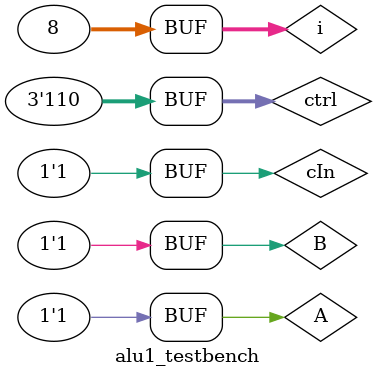
<source format=sv>
`timescale 1ns/10ps


module alu1 (
   output logic       aluOut,
   output logic       p,
   output logic       g,
   input  logic       A,
   input  logic       B,
   input  logic       cIn,
   input  logic [2:0] ctrl
);

   parameter DELAY = 0.05;

   logic sum, bAdd;
   xor #DELAY bSel (bAdd, B, ctrl[0]); // When subtracting, invert B
   spg adder (.s(sum), .p, .g, .a(A), .b(bAdd), .c(cIn));

   logic andOut, orrOut, xorOut;
   and #DELAY a0 (andOut, A, B);
   or  #DELAY o0 (orrOut, A, B);
   xor #DELAY x0 (xorOut, A, B);

   logic [7:0] toMux;
   assign toMux[0] = B;
   assign toMux[2] = sum;
   assign toMux[3] = sum;
   assign toMux[4] = andOut;
   assign toMux[5] = orrOut;
   assign toMux[6] = xorOut;

   mux8_1 m (.out(aluOut), .in(toMux), .sel(ctrl));
endmodule

module alu1_testbench ();
   logic       aluOut, p, g;
   logic       A, B, cIn;
   logic [2:0] ctrl;

   alu1 dut (.aluOut, .p, .g, .A, .B, .cIn, .ctrl);

   parameter
   ALU_PASS_B   = 3'b000,
   ALU_ADD      = 3'b010,
   ALU_SUBTRACT = 3'b011,
   ALU_AND      = 3'b100,
   ALU_OR       = 3'b101,
   ALU_XOR      = 3'b110;

   integer i;
   initial begin
      ctrl = ALU_PASS_B;
      for (i = 0; i < 8; i++) begin
         {cIn, A, B} = i; #10;
      end

      ctrl = ALU_ADD;
      for (i = 0; i < 8; i++) begin
         {cIn, A, B} = i; #10;
      end

      ctrl = ALU_SUBTRACT;
      for (i = 0; i < 8; i++) begin
         {cIn, A, B} = i; #10;
      end

      ctrl = ALU_AND;
      for (i = 0; i < 8; i++) begin
         {cIn, A, B} = i; #10;
      end

      ctrl = ALU_OR;
      for (i = 0; i < 8; i++) begin
         {cIn, A, B} = i; #10;
      end

      ctrl = ALU_XOR;
      for (i = 0; i < 8; i++) begin
         {cIn, A, B} = i; #10;
      end
   end
endmodule

</source>
